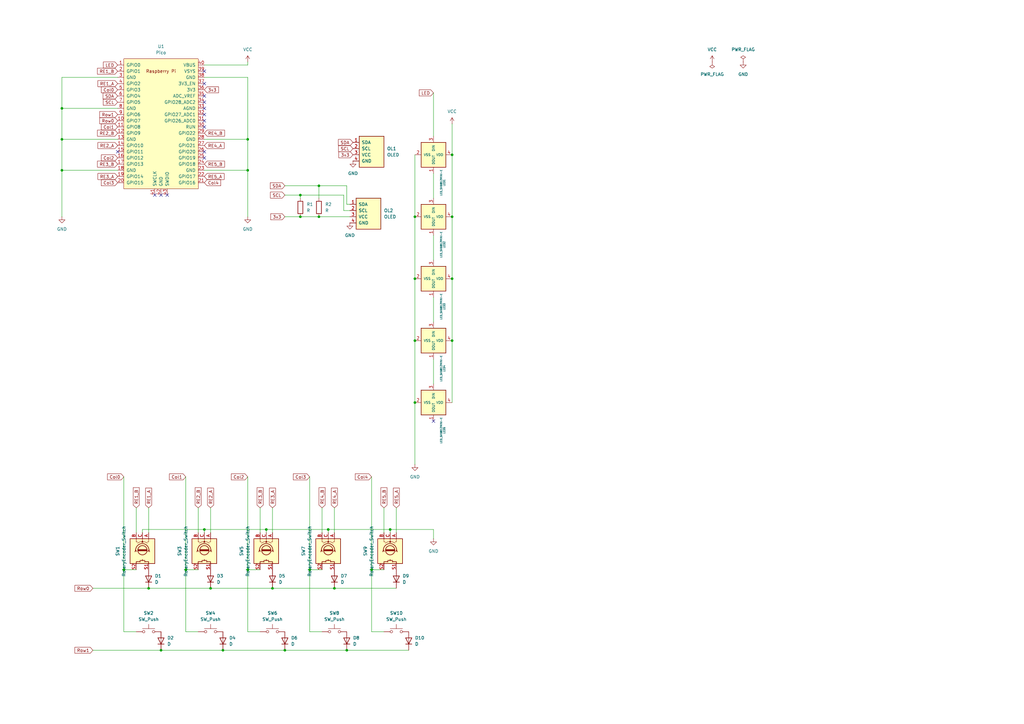
<source format=kicad_sch>
(kicad_sch (version 20231120) (generator "eeschema") (generator_version "8.0")
  (paper "A3")
  (lib_symbols
    (symbol "BrownSugar_KBD:OLED" (pin_names (offset 1.016))
      (property "Reference" "OL" (at 0 7.62 0))
      (property "Value" "OLED" (at 0 -7.62 0))
      (symbol "OLED_0_1"
        (rectangle (start -5.08 6.35) (end 5.08 -6.35) (stroke (width 0.254)) (fill (type background)))
      )
      (symbol "OLED_1_1"
        (pin bidirectional line (at -7.62 3.81 0) (length 2.54) (name "SDA") (number "1"))
        (pin bidirectional line (at -7.62 1.27 0) (length 2.54) (name "SCL") (number "2"))
        (pin power_in line (at -7.62 -1.27 0) (length 2.54) (name "VCC") (number "3"))
        (pin power_in line (at -7.62 -3.81 0) (length 2.54) (name "GND") (number "4"))
      )
    )
    (symbol "Device:D" (pin_numbers hide) (pin_names (offset 1.016) hide)
      (property "Reference" "D" (at 0 2.54 0))
      (property "Value" "D" (at 0 -2.54 0))
      (symbol "D_0_1"
        (polyline (pts (xy -1.27 1.27) (xy -1.27 -1.27)) (stroke (width 0.254)))
        (polyline (pts (xy 1.27 0) (xy -1.27 0)))
        (polyline (pts (xy 1.27 1.27) (xy 1.27 -1.27) (xy -1.27 0) (xy 1.27 1.27)) (stroke (width 0.254)))
      )
      (symbol "D_1_1"
        (pin passive line (at -3.81 0 0) (length 2.54) (name "K") (number "1"))
        (pin passive line (at 3.81 0 180) (length 2.54) (name "A") (number "2"))
      )
    )
    (symbol "Device:R" (pin_numbers hide) (pin_names (offset 0))
      (property "Reference" "R" (at 2.032 0 90))
      (property "Value" "R" (at 0 0 90))
      (symbol "R_0_1"
        (rectangle (start -1.016 -2.54) (end 1.016 2.54) (stroke (width 0.254)))
      )
      (symbol "R_1_1"
        (pin passive line (at 0 3.81 270) (length 1.27) (name "~") (number "1"))
        (pin passive line (at 0 -3.81 90) (length 1.27) (name "~") (number "2"))
      )
    )
    (symbol "Device:RotaryEncoder_Switch" (pin_names (offset 0.254) hide)
      (property "Reference" "SW" (at 0 6.604 0))
      (property "Value" "RotaryEncoder_Switch" (at 0 -6.604 0))
      (symbol "RotaryEncoder_Switch_0_1"
        (rectangle (start -5.08 5.08) (end 5.08 -5.08) (stroke (width 0.254)) (fill (type background)))
        (circle (center -3.81 0) (radius 0.254) (fill (type outline)))
        (circle (center -0.381 0) (radius 1.905) (stroke (width 0.254)))
        (arc (start -0.381 2.667) (mid -3.0988 -0.0635) (end -0.381 -2.794) (stroke (width 0.254)))
        (polyline (pts (xy -0.635 -1.778) (xy -0.635 1.778)) (stroke (width 0.254)))
        (polyline (pts (xy -0.381 -1.778) (xy -0.381 1.778)) (stroke (width 0.254)))
        (polyline (pts (xy -0.127 1.778) (xy -0.127 -1.778)) (stroke (width 0.254)))
        (polyline (pts (xy 3.81 0) (xy 3.429 0)) (stroke (width 0.254)))
        (polyline (pts (xy 3.81 1.016) (xy 3.81 -1.016)) (stroke (width 0.254)))
        (polyline (pts (xy -5.08 -2.54) (xy -3.81 -2.54) (xy -3.81 -2.032)))
        (polyline (pts (xy -5.08 2.54) (xy -3.81 2.54) (xy -3.81 2.032)))
        (polyline (pts (xy 0.254 -3.048) (xy -0.508 -2.794) (xy 0.127 -2.413)) (stroke (width 0.254)))
        (polyline (pts (xy 0.254 2.921) (xy -0.508 2.667) (xy 0.127 2.286)) (stroke (width 0.254)))
        (polyline (pts (xy 5.08 -2.54) (xy 4.318 -2.54) (xy 4.318 -1.016)) (stroke (width 0.254)))
        (polyline (pts (xy 5.08 2.54) (xy 4.318 2.54) (xy 4.318 1.016)) (stroke (width 0.254)))
        (polyline (pts (xy -5.08 0) (xy -3.81 0) (xy -3.81 -1.016) (xy -3.302 -2.032)))
        (polyline (pts (xy -4.318 0) (xy -3.81 0) (xy -3.81 1.016) (xy -3.302 2.032)))
        (circle (center 4.318 -1.016) (radius 0.127) (stroke (width 0.254)))
        (circle (center 4.318 1.016) (radius 0.127) (stroke (width 0.254)))
      )
      (symbol "RotaryEncoder_Switch_1_1"
        (pin passive line (at -7.62 2.54 0) (length 2.54) (name "A") (number "A"))
        (pin passive line (at -7.62 -2.54 0) (length 2.54) (name "B") (number "B"))
        (pin passive line (at -7.62 0 0) (length 2.54) (name "C") (number "C"))
        (pin passive line (at 7.62 2.54 180) (length 2.54) (name "S1") (number "S1"))
        (pin passive line (at 7.62 -2.54 180) (length 2.54) (name "S2") (number "S2"))
      )
    )
    (symbol "RPi_Pico:Pico" (pin_names (offset 1.016))
      (property "Reference" "U" (at -13.97 27.94 0))
      (property "Value" "Pico" (at 0 19.05 0))
      (symbol "Pico_0_0"
        (text "Raspberry Pi" (at 0 21.59 0) (effects (font (size 1.27 1.27))))
      )
      (symbol "Pico_0_1"
        (rectangle (start -15.24 26.67) (end 15.24 -26.67) (fill (type background)))
      )
      (symbol "Pico_1_1"
        (pin bidirectional line (at -17.78 24.13 0) (length 2.54) (name "GPIO0") (number "1"))
        (pin bidirectional line (at -17.78 1.27 0) (length 2.54) (name "GPIO7") (number "10"))
        (pin bidirectional line (at -17.78 -1.27 0) (length 2.54) (name "GPIO8") (number "11"))
        (pin bidirectional line (at -17.78 -3.81 0) (length 2.54) (name "GPIO9") (number "12"))
        (pin power_in line (at -17.78 -6.35 0) (length 2.54) (name "GND") (number "13"))
        (pin bidirectional line (at -17.78 -8.89 0) (length 2.54) (name "GPIO10") (number "14"))
        (pin bidirectional line (at -17.78 -11.43 0) (length 2.54) (name "GPIO11") (number "15"))
        (pin bidirectional line (at -17.78 -13.97 0) (length 2.54) (name "GPIO12") (number "16"))
        (pin bidirectional line (at -17.78 -16.51 0) (length 2.54) (name "GPIO13") (number "17"))
        (pin power_in line (at -17.78 -19.05 0) (length 2.54) (name "GND") (number "18"))
        (pin bidirectional line (at -17.78 -21.59 0) (length 2.54) (name "GPIO14") (number "19"))
        (pin bidirectional line (at -17.78 21.59 0) (length 2.54) (name "GPIO1") (number "2"))
        (pin bidirectional line (at -17.78 -24.13 0) (length 2.54) (name "GPIO15") (number "20"))
        (pin bidirectional line (at 17.78 -24.13 180) (length 2.54) (name "GPIO16") (number "21"))
        (pin bidirectional line (at 17.78 -21.59 180) (length 2.54) (name "GPIO17") (number "22"))
        (pin power_in line (at 17.78 -19.05 180) (length 2.54) (name "GND") (number "23"))
        (pin bidirectional line (at 17.78 -16.51 180) (length 2.54) (name "GPIO18") (number "24"))
        (pin bidirectional line (at 17.78 -13.97 180) (length 2.54) (name "GPIO19") (number "25"))
        (pin bidirectional line (at 17.78 -11.43 180) (length 2.54) (name "GPIO20") (number "26"))
        (pin bidirectional line (at 17.78 -8.89 180) (length 2.54) (name "GPIO21") (number "27"))
        (pin power_in line (at 17.78 -6.35 180) (length 2.54) (name "GND") (number "28"))
        (pin bidirectional line (at 17.78 -3.81 180) (length 2.54) (name "GPIO22") (number "29"))
        (pin power_in line (at -17.78 19.05 0) (length 2.54) (name "GND") (number "3"))
        (pin input line (at 17.78 -1.27 180) (length 2.54) (name "RUN") (number "30"))
        (pin bidirectional line (at 17.78 1.27 180) (length 2.54) (name "GPIO26_ADC0") (number "31"))
        (pin bidirectional line (at 17.78 3.81 180) (length 2.54) (name "GPIO27_ADC1") (number "32"))
        (pin power_in line (at 17.78 6.35 180) (length 2.54) (name "AGND") (number "33"))
        (pin bidirectional line (at 17.78 8.89 180) (length 2.54) (name "GPIO28_ADC2") (number "34"))
        (pin unspecified line (at 17.78 11.43 180) (length 2.54) (name "ADC_VREF") (number "35"))
        (pin unspecified line (at 17.78 13.97 180) (length 2.54) (name "3V3") (number "36"))
        (pin input line (at 17.78 16.51 180) (length 2.54) (name "3V3_EN") (number "37"))
        (pin bidirectional line (at 17.78 19.05 180) (length 2.54) (name "GND") (number "38"))
        (pin unspecified line (at 17.78 21.59 180) (length 2.54) (name "VSYS") (number "39"))
        (pin bidirectional line (at -17.78 16.51 0) (length 2.54) (name "GPIO2") (number "4"))
        (pin unspecified line (at 17.78 24.13 180) (length 2.54) (name "VBUS") (number "40"))
        (pin input line (at -2.54 -29.21 90) (length 2.54) (name "SWCLK") (number "41"))
        (pin power_in line (at 0 -29.21 90) (length 2.54) (name "GND") (number "42"))
        (pin bidirectional line (at 2.54 -29.21 90) (length 2.54) (name "SWDIO") (number "43"))
        (pin bidirectional line (at -17.78 13.97 0) (length 2.54) (name "GPIO3") (number "5"))
        (pin bidirectional line (at -17.78 11.43 0) (length 2.54) (name "GPIO4") (number "6"))
        (pin bidirectional line (at -17.78 8.89 0) (length 2.54) (name "GPIO5") (number "7"))
        (pin power_in line (at -17.78 6.35 0) (length 2.54) (name "GND") (number "8"))
        (pin bidirectional line (at -17.78 3.81 0) (length 2.54) (name "GPIO6") (number "9"))
      )
    )
    (symbol "Salicylic_kbd:LED_SK6812MINI-E" (pin_names (offset 1.016))
      (property "Reference" "LED" (at 5.08 -10.16 0))
      (property "Value" "LED_SK6812MINI-E" (at 8.89 -8.89 0))
      (symbol "LED_SK6812MINI-E_0_1"
        (rectangle (start -5.08 5.08) (end 5.08 -5.08) (stroke (width 0.254)) (fill (type background)))
      )
      (symbol "LED_SK6812MINI-E_1_1"
        (pin output line (at 7.62 0 180) (length 2.54) (name "DOUT") (number "1"))
        (pin power_in line (at 0 -7.62 90) (length 2.54) (name "VSS") (number "2"))
        (pin input line (at -7.62 0 0) (length 2.54) (name "DIN") (number "3"))
        (pin power_in line (at 0 7.62 270) (length 2.54) (name "VDD") (number "4"))
      )
    )
    (symbol "Switch:SW_Push" (pin_numbers hide) (pin_names (offset 1.016) hide)
      (property "Reference" "SW" (at 1.27 2.54 0))
      (property "Value" "SW_Push" (at 0 -1.524 0))
      (symbol "SW_Push_0_1"
        (circle (center -2.032 0) (radius 0.508))
        (polyline (pts (xy 0 1.27) (xy 0 3.048)))
        (polyline (pts (xy 2.54 1.27) (xy -2.54 1.27)))
        (circle (center 2.032 0) (radius 0.508))
        (pin passive line (at -5.08 0 0) (length 2.54) (name "1") (number "1"))
        (pin passive line (at 5.08 0 180) (length 2.54) (name "2") (number "2"))
      )
    )
    (symbol "power:GND" (power) (pin_numbers hide) (pin_names (offset 0) hide)
      (property "Value" "GND" (at 0 -3.81 0))
      (symbol "GND_0_1"
        (polyline (pts (xy 0 0) (xy 0 -1.27) (xy 1.27 -1.27) (xy 0 -2.54) (xy -1.27 -1.27) (xy 0 -1.27)))
      )
      (symbol "GND_1_1"
        (pin power_in line (at 0 0 270) (length 0) (name "~") (number "1"))
      )
    )
    (symbol "power:PWR_FLAG" (power) (pin_numbers hide) (pin_names (offset 0) hide)
      (property "Value" "PWR_FLAG" (at 0 3.81 0))
      (symbol "PWR_FLAG_0_0"
        (pin power_out line (at 0 0 90) (length 0) (name "~") (number "1"))
      )
      (symbol "PWR_FLAG_0_1"
        (polyline (pts (xy 0 0) (xy 0 1.27) (xy -1.016 1.905) (xy 0 2.54) (xy 1.016 1.905) (xy 0 1.27)))
      )
    )
    (symbol "power:VCC" (power) (pin_numbers hide) (pin_names (offset 0) hide)
      (property "Value" "VCC" (at 0 3.556 0))
      (symbol "VCC_0_1"
        (polyline (pts (xy -0.762 1.27) (xy 0 2.54)))
        (polyline (pts (xy 0 0) (xy 0 2.54)))
        (polyline (pts (xy 0 2.54) (xy 0.762 1.27)))
      )
      (symbol "VCC_1_1"
        (pin power_in line (at 0 0 90) (length 0) (name "~") (number "1"))
      )
    )
  )
  (junction (at 86.36 241.3))
  (junction (at 111.76 241.3))
  (junction (at 25.4 57.15))
  (junction (at 185.42 114.3))
  (junction (at 66.04 266.7))
  (junction (at 101.6 57.15))
  (junction (at 60.96 241.3))
  (junction (at 101.6 69.85))
  (junction (at 185.42 63.5))
  (junction (at 83.82 217.17))
  (junction (at 116.84 266.7))
  (junction (at 134.62 217.17))
  (junction (at 130.81 76.2))
  (junction (at 137.16 241.3))
  (junction (at 123.19 80.01))
  (junction (at 91.44 266.7))
  (junction (at 185.42 139.7))
  (junction (at 170.18 88.9))
  (junction (at 142.24 266.7))
  (junction (at 127 233.68))
  (junction (at 50.8 233.68))
  (junction (at 170.18 114.3))
  (junction (at 170.18 139.7))
  (junction (at 170.18 165.1))
  (junction (at 185.42 88.9))
  (junction (at 76.2 233.68))
  (junction (at 101.6 233.68))
  (junction (at 25.4 44.45))
  (junction (at 25.4 69.85))
  (junction (at 152.4 233.68))
  (junction (at 130.81 88.9))
  (junction (at 123.19 88.9))
  (junction (at 109.22 217.17))
  (junction (at 160.02 217.17))
  (no_connect (at 83.82 62.23))
  (no_connect (at 83.82 64.77))
  (no_connect (at 83.82 29.21))
  (no_connect (at 83.82 46.99))
  (no_connect (at 66.04 80.01))
  (no_connect (at 83.82 44.45))
  (no_connect (at 83.82 49.53))
  (no_connect (at 68.58 80.01))
  (no_connect (at 63.5 80.01))
  (no_connect (at 48.26 62.23))
  (no_connect (at 83.82 52.07))
  (no_connect (at 83.82 39.37))
  (no_connect (at 177.8 172.72))
  (no_connect (at 83.82 41.91))
  (no_connect (at 83.82 34.29))
  (wire (pts (xy 50.8 233.68) (xy 55.88 233.68)))
  (wire (pts (xy 50.8 195.58) (xy 50.8 233.68)))
  (wire (pts (xy 185.42 139.7) (xy 185.42 114.3)))
  (wire (pts (xy 48.26 31.75) (xy 25.4 31.75)))
  (wire (pts (xy 83.82 57.15) (xy 101.6 57.15)))
  (wire (pts (xy 25.4 69.85) (xy 48.26 69.85)))
  (wire (pts (xy 58.42 217.17) (xy 83.82 217.17)))
  (wire (pts (xy 116.84 76.2) (xy 130.81 76.2)))
  (wire (pts (xy 25.4 31.75) (xy 25.4 44.45)))
  (wire (pts (xy 152.4 259.08) (xy 157.48 259.08)))
  (wire (pts (xy 76.2 195.58) (xy 76.2 233.68)))
  (wire (pts (xy 170.18 165.1) (xy 170.18 190.5)))
  (wire (pts (xy 185.42 165.1) (xy 185.42 139.7)))
  (wire (pts (xy 25.4 57.15) (xy 48.26 57.15)))
  (wire (pts (xy 140.97 80.01) (xy 140.97 86.36)))
  (wire (pts (xy 142.24 76.2) (xy 142.24 83.82)))
  (wire (pts (xy 101.6 195.58) (xy 101.6 233.68)))
  (wire (pts (xy 101.6 69.85) (xy 101.6 88.9)))
  (wire (pts (xy 127 195.58) (xy 127 233.68)))
  (wire (pts (xy 38.1 266.7) (xy 66.04 266.7)))
  (wire (pts (xy 137.16 241.3) (xy 162.56 241.3)))
  (wire (pts (xy 116.84 266.7) (xy 142.24 266.7)))
  (wire (pts (xy 109.22 218.44) (xy 109.22 217.17)))
  (wire (pts (xy 127 233.68) (xy 127 259.08)))
  (wire (pts (xy 106.68 208.28) (xy 106.68 218.44)))
  (wire (pts (xy 185.42 88.9) (xy 185.42 114.3)))
  (wire (pts (xy 66.04 266.7) (xy 91.44 266.7)))
  (wire (pts (xy 101.6 233.68) (xy 106.68 233.68)))
  (wire (pts (xy 132.08 208.28) (xy 132.08 218.44)))
  (wire (pts (xy 123.19 80.01) (xy 123.19 81.28)))
  (wire (pts (xy 58.42 218.44) (xy 58.42 217.17)))
  (wire (pts (xy 38.1 241.3) (xy 60.96 241.3)))
  (wire (pts (xy 83.82 69.85) (xy 101.6 69.85)))
  (wire (pts (xy 130.81 88.9) (xy 143.51 88.9)))
  (wire (pts (xy 160.02 217.17) (xy 160.02 218.44)))
  (wire (pts (xy 86.36 241.3) (xy 111.76 241.3)))
  (wire (pts (xy 83.82 218.44) (xy 83.82 217.17)))
  (wire (pts (xy 83.82 26.67) (xy 101.6 26.67)))
  (wire (pts (xy 185.42 63.5) (xy 185.42 88.9)))
  (wire (pts (xy 134.62 218.44) (xy 134.62 217.17)))
  (wire (pts (xy 177.8 217.17) (xy 160.02 217.17)))
  (wire (pts (xy 111.76 208.28) (xy 111.76 218.44)))
  (wire (pts (xy 101.6 31.75) (xy 101.6 57.15)))
  (wire (pts (xy 83.82 31.75) (xy 101.6 31.75)))
  (wire (pts (xy 134.62 217.17) (xy 160.02 217.17)))
  (wire (pts (xy 25.4 44.45) (xy 25.4 57.15)))
  (wire (pts (xy 137.16 208.28) (xy 137.16 218.44)))
  (wire (pts (xy 101.6 233.68) (xy 101.6 259.08)))
  (wire (pts (xy 162.56 208.28) (xy 162.56 218.44)))
  (wire (pts (xy 130.81 76.2) (xy 130.81 81.28)))
  (wire (pts (xy 76.2 233.68) (xy 76.2 259.08)))
  (wire (pts (xy 86.36 208.28) (xy 86.36 218.44)))
  (wire (pts (xy 177.8 147.32) (xy 177.8 157.48)))
  (wire (pts (xy 142.24 83.82) (xy 143.51 83.82)))
  (wire (pts (xy 123.19 80.01) (xy 140.97 80.01)))
  (wire (pts (xy 130.81 76.2) (xy 142.24 76.2)))
  (wire (pts (xy 55.88 208.28) (xy 55.88 218.44)))
  (wire (pts (xy 170.18 63.5) (xy 170.18 88.9)))
  (wire (pts (xy 101.6 57.15) (xy 101.6 69.85)))
  (wire (pts (xy 25.4 69.85) (xy 25.4 88.9)))
  (wire (pts (xy 116.84 88.9) (xy 123.19 88.9)))
  (wire (pts (xy 76.2 259.08) (xy 81.28 259.08)))
  (wire (pts (xy 177.8 121.92) (xy 177.8 132.08)))
  (wire (pts (xy 60.96 241.3) (xy 86.36 241.3)))
  (wire (pts (xy 157.48 208.28) (xy 157.48 218.44)))
  (wire (pts (xy 116.84 80.01) (xy 123.19 80.01)))
  (wire (pts (xy 185.42 50.8) (xy 185.42 63.5)))
  (wire (pts (xy 142.24 266.7) (xy 167.64 266.7)))
  (wire (pts (xy 170.18 88.9) (xy 170.18 114.3)))
  (wire (pts (xy 50.8 233.68) (xy 50.8 259.08)))
  (wire (pts (xy 83.82 217.17) (xy 109.22 217.17)))
  (wire (pts (xy 101.6 26.67) (xy 101.6 25.4)))
  (wire (pts (xy 127 233.68) (xy 132.08 233.68)))
  (wire (pts (xy 101.6 259.08) (xy 106.68 259.08)))
  (wire (pts (xy 152.4 195.58) (xy 152.4 233.68)))
  (wire (pts (xy 25.4 44.45) (xy 48.26 44.45)))
  (wire (pts (xy 123.19 88.9) (xy 130.81 88.9)))
  (wire (pts (xy 109.22 217.17) (xy 134.62 217.17)))
  (wire (pts (xy 140.97 86.36) (xy 143.51 86.36)))
  (wire (pts (xy 177.8 71.12) (xy 177.8 81.28)))
  (wire (pts (xy 111.76 241.3) (xy 137.16 241.3)))
  (wire (pts (xy 170.18 139.7) (xy 170.18 165.1)))
  (wire (pts (xy 25.4 57.15) (xy 25.4 69.85)))
  (wire (pts (xy 76.2 233.68) (xy 81.28 233.68)))
  (wire (pts (xy 177.8 96.52) (xy 177.8 106.68)))
  (wire (pts (xy 91.44 266.7) (xy 116.84 266.7)))
  (wire (pts (xy 177.8 38.1) (xy 177.8 55.88)))
  (wire (pts (xy 170.18 114.3) (xy 170.18 139.7)))
  (wire (pts (xy 81.28 218.44) (xy 81.28 208.28)))
  (wire (pts (xy 50.8 259.08) (xy 55.88 259.08)))
  (wire (pts (xy 177.8 220.98) (xy 177.8 217.17)))
  (wire (pts (xy 152.4 233.68) (xy 157.48 233.68)))
  (wire (pts (xy 152.4 233.68) (xy 152.4 259.08)))
  (wire (pts (xy 60.96 208.28) (xy 60.96 218.44)))
  (wire (pts (xy 127 259.08) (xy 132.08 259.08)))
  (global_label "RE1_B" (shape input) (at 48.26 29.21 180) (property "Intersheetrefs" "${INTERSHEET_REFS}" (effects (hide yes))))
  (global_label "RE2_A" (shape input) (at 48.26 59.69 180) (property "Intersheetrefs" "${INTERSHEET_REFS}" (effects (hide yes))))
  (global_label "Col2" (shape input) (at 48.26 64.77 180) (property "Intersheetrefs" "${INTERSHEET_REFS}" (effects (hide yes))))
  (global_label "SCL" (shape input) (at 116.84 80.01 180) (property "Intersheetrefs" "${INTERSHEET_REFS}" (effects (hide yes))))
  (global_label "SDA" (shape input) (at 48.26 39.37 180) (property "Intersheetrefs" "${INTERSHEET_REFS}" (effects (hide yes))))
  (global_label "Row1" (shape input) (at 38.1 266.7 180) (property "Intersheetrefs" "${INTERSHEET_REFS}" (effects (hide yes))))
  (global_label "Col0" (shape input) (at 50.8 195.58 180) (property "Intersheetrefs" "${INTERSHEET_REFS}" (effects (hide yes))))
  (global_label "Row0" (shape input) (at 38.1 241.3 180) (property "Intersheetrefs" "${INTERSHEET_REFS}" (effects (hide yes))))
  (global_label "Row1" (shape input) (at 48.26 46.99 180) (property "Intersheetrefs" "${INTERSHEET_REFS}" (effects (hide yes))))
  (global_label "SCL" (shape input) (at 48.26 41.91 180) (property "Intersheetrefs" "${INTERSHEET_REFS}" (effects (hide yes))))
  (global_label "RE2_B" (shape input) (at 48.26 54.61 180) (property "Intersheetrefs" "${INTERSHEET_REFS}" (effects (hide yes))))
  (global_label "3v3" (shape input) (at 83.82 36.83 0) (property "Intersheetrefs" "${INTERSHEET_REFS}" (effects (hide yes))))
  (global_label "Col4" (shape input) (at 83.82 74.93 0) (property "Intersheetrefs" "${INTERSHEET_REFS}" (effects (hide yes))))
  (global_label "SDA" (shape input) (at 116.84 76.2 180) (property "Intersheetrefs" "${INTERSHEET_REFS}" (effects (hide yes))))
  (global_label "Row0" (shape input) (at 48.26 49.53 180) (property "Intersheetrefs" "${INTERSHEET_REFS}" (effects (hide yes))))
  (global_label "RE3_A" (shape input) (at 111.76 208.28 90) (property "Intersheetrefs" "${INTERSHEET_REFS}" (effects (hide yes))))
  (global_label "Col4" (shape input) (at 152.4 195.58 180) (property "Intersheetrefs" "${INTERSHEET_REFS}" (effects (hide yes))))
  (global_label "RE5_A" (shape input) (at 83.82 72.39 0) (property "Intersheetrefs" "${INTERSHEET_REFS}" (effects (hide yes))))
  (global_label "RE3_B" (shape input) (at 48.26 67.31 180) (property "Intersheetrefs" "${INTERSHEET_REFS}" (effects (hide yes))))
  (global_label "Col3" (shape input) (at 127 195.58 180) (property "Intersheetrefs" "${INTERSHEET_REFS}" (effects (hide yes))))
  (global_label "RE3_A" (shape input) (at 48.26 72.39 180) (property "Intersheetrefs" "${INTERSHEET_REFS}" (effects (hide yes))))
  (global_label "3v3" (shape input) (at 144.78 63.5 180) (property "Intersheetrefs" "${INTERSHEET_REFS}" (effects (hide yes))))
  (global_label "Col1" (shape input) (at 76.2 195.58 180) (property "Intersheetrefs" "${INTERSHEET_REFS}" (effects (hide yes))))
  (global_label "RE1_B" (shape input) (at 55.88 208.28 90) (property "Intersheetrefs" "${INTERSHEET_REFS}" (effects (hide yes))))
  (global_label "SDA" (shape input) (at 144.78 58.42 180) (property "Intersheetrefs" "${INTERSHEET_REFS}" (effects (hide yes))))
  (global_label "RE5_A" (shape input) (at 162.56 208.28 90) (property "Intersheetrefs" "${INTERSHEET_REFS}" (effects (hide yes))))
  (global_label "Col0" (shape input) (at 48.26 36.83 180) (property "Intersheetrefs" "${INTERSHEET_REFS}" (effects (hide yes))))
  (global_label "RE4_A" (shape input) (at 83.82 59.69 0) (property "Intersheetrefs" "${INTERSHEET_REFS}" (effects (hide yes))))
  (global_label "RE4_A" (shape input) (at 137.16 208.28 90) (property "Intersheetrefs" "${INTERSHEET_REFS}" (effects (hide yes))))
  (global_label "RE5_B" (shape input) (at 157.48 208.28 90) (property "Intersheetrefs" "${INTERSHEET_REFS}" (effects (hide yes))))
  (global_label "Col1" (shape input) (at 48.26 52.07 180) (property "Intersheetrefs" "${INTERSHEET_REFS}" (effects (hide yes))))
  (global_label "Col2" (shape input) (at 101.6 195.58 180) (property "Intersheetrefs" "${INTERSHEET_REFS}" (effects (hide yes))))
  (global_label "RE5_B" (shape input) (at 83.82 67.31 0) (property "Intersheetrefs" "${INTERSHEET_REFS}" (effects (hide yes))))
  (global_label "RE4_B" (shape input) (at 132.08 208.28 90) (property "Intersheetrefs" "${INTERSHEET_REFS}" (effects (hide yes))))
  (global_label "RE2_A" (shape input) (at 86.36 208.28 90) (property "Intersheetrefs" "${INTERSHEET_REFS}" (effects (hide yes))))
  (global_label "3v3" (shape input) (at 116.84 88.9 180) (property "Intersheetrefs" "${INTERSHEET_REFS}" (effects (hide yes))))
  (global_label "LED" (shape input) (at 177.8 38.1 180) (property "Intersheetrefs" "${INTERSHEET_REFS}" (effects (hide yes))))
  (global_label "Col3" (shape input) (at 48.26 74.93 180) (property "Intersheetrefs" "${INTERSHEET_REFS}" (effects (hide yes))))
  (global_label "RE4_B" (shape input) (at 83.82 54.61 0) (property "Intersheetrefs" "${INTERSHEET_REFS}" (effects (hide yes))))
  (global_label "RE2_B" (shape input) (at 81.28 208.28 90) (property "Intersheetrefs" "${INTERSHEET_REFS}" (effects (hide yes))))
  (global_label "SCL" (shape input) (at 144.78 60.96 180) (property "Intersheetrefs" "${INTERSHEET_REFS}" (effects (hide yes))))
  (global_label "RE1_A" (shape input) (at 60.96 208.28 90) (property "Intersheetrefs" "${INTERSHEET_REFS}" (effects (hide yes))))
  (global_label "RE1_A" (shape input) (at 48.26 34.29 180) (property "Intersheetrefs" "${INTERSHEET_REFS}" (effects (hide yes))))
  (global_label "LED" (shape input) (at 48.26 26.67 180) (property "Intersheetrefs" "${INTERSHEET_REFS}" (effects (hide yes))))
  (global_label "RE3_B" (shape input) (at 106.68 208.28 90) (property "Intersheetrefs" "${INTERSHEET_REFS}" (effects (hide yes))))
  (symbol (lib_id "power:GND") (at 25.4 88.9 0) (unit 1)
    (property "Reference" "#PWR03" (effects (hide yes)))
    (property "Value" "GND" (at 25.4 93.98 0))
    (property "Description" "Power symbol creates a global label with name \"GND\" , ground" (effects (hide yes)))
  )
  (symbol (lib_id "Device:R") (at 123.19 85.09 0) (unit 1)
    (property "Reference" "R1" (at 125.73 83.8199 0) (effects (justify left)))
    (property "Value" "R" (at 125.73 86.3599 0) (effects (justify left)))
    (property "Description" "Resistor" (effects (hide yes)))
  )
  (symbol (lib_id "Switch:SW_Push") (at 86.36 259.08 0) (mirror y) (unit 1)
    (property "Reference" "SW4" (at 86.36 251.46 0))
    (property "Value" "SW_Push" (at 86.36 254 0))
    (property "Footprint" "kbd_SW:Choc_Hotswap_1u" (effects (hide yes)))
    (property "Description" "Push button switch, generic, two pins" (effects (hide yes)))
  )
  (symbol (lib_id "power:GND") (at 144.78 66.04 0) (unit 1)
    (property "Reference" "#PWR06" (effects (hide yes)))
    (property "Value" "GND" (at 144.78 71.12 0))
    (property "Description" "Power symbol creates a global label with name \"GND\" , ground" (effects (hide yes)))
  )
  (symbol (lib_id "power:PWR_FLAG") (at 292.1 25.4 180) (unit 1)
    (property "Reference" "#FLG01" (effects (hide yes)))
    (property "Value" "PWR_FLAG" (at 292.1 30.48 0))
    (property "Description" "Special symbol for telling ERC where power comes from" (effects (hide yes)))
  )
  (symbol (lib_id "Switch:SW_Push") (at 162.56 259.08 0) (mirror y) (unit 1)
    (property "Reference" "SW10" (at 162.56 251.46 0))
    (property "Value" "SW_Push" (at 162.56 254 0))
    (property "Footprint" "kbd_SW:Choc_Hotswap_1u" (effects (hide yes)))
    (property "Description" "Push button switch, generic, two pins" (effects (hide yes)))
  )
  (symbol (lib_id "Salicylic_kbd:LED_SK6812MINI-E") (at 177.8 63.5 270) (unit 1)
    (property "Reference" "LED1" (at 182.2135 74.93 0) (effects (font (size 0.7366 0.7366))))
    (property "Value" "LED_SK6812MINI-E" (at 180.9435 74.93 0) (effects (font (size 0.7366 0.7366))))
    (property "Footprint" "kbd_Parts:LED_SK6812MINI-E_BL" (effects (hide yes)))
  )
  (symbol (lib_id "BrownSugar_KBD:OLED") (at 151.13 87.63 0) (unit 1)
    (property "Reference" "OL2" (at 157.48 86.3599 0) (effects (justify left)))
    (property "Value" "OLED" (at 157.48 88.8999 0) (effects (justify left)))
    (property "Footprint" "kbd_Parts:OLED" (effects (hide yes)))
  )
  (symbol (lib_id "Device:D") (at 66.04 262.89 90) (unit 1)
    (property "Reference" "D2" (at 68.58 261.6199 90) (effects (justify right)))
    (property "Value" "D" (at 68.58 264.1599 90) (effects (justify right)))
    (property "Footprint" "kbd_Parts:Diode_SMD" (effects (hide yes)))
    (property "Description" "Diode" (effects (hide yes)))
    (property "Sim.Device" "D" (effects (hide yes)))
    (property "Sim.Pins" "1=K 2=A" (effects (hide yes)))
  )
  (symbol (lib_id "Salicylic_kbd:LED_SK6812MINI-E") (at 177.8 139.7 270) (unit 1)
    (property "Reference" "LED4" (at 182.2135 151.13 0) (effects (font (size 0.7366 0.7366))))
    (property "Value" "LED_SK6812MINI-E" (at 180.9435 151.13 0) (effects (font (size 0.7366 0.7366))))
    (property "Footprint" "kbd_Parts:LED_SK6812MINI-E_BL" (effects (hide yes)))
  )
  (symbol (lib_id "Device:D") (at 111.76 237.49 90) (unit 1)
    (property "Reference" "D5" (at 114.3 236.2199 90) (effects (justify right)))
    (property "Value" "D" (at 114.3 238.7599 90) (effects (justify right)))
    (property "Footprint" "kbd_Parts:Diode_SMD" (effects (hide yes)))
    (property "Description" "Diode" (effects (hide yes)))
    (property "Sim.Device" "D" (effects (hide yes)))
    (property "Sim.Pins" "1=K 2=A" (effects (hide yes)))
  )
  (symbol (lib_id "Device:RotaryEncoder_Switch") (at 160.02 226.06 270) (unit 1)
    (property "Reference" "SW9" (at 149.86 226.06 0))
    (property "Value" "RotaryEncoder_Switch" (at 152.4 226.06 0))
    (property "Footprint" "kbd_Parts:RotaryEncoder_EC12E" (effects (hide yes)))
    (property "Description" "Rotary encoder, dual channel, incremental quadrate outputs, with switch" (effects (hide yes)))
  )
  (symbol (lib_id "power:VCC") (at 292.1 25.4 0) (unit 1)
    (property "Reference" "#PWR019" (effects (hide yes)))
    (property "Value" "VCC" (at 292.1 20.32 0))
    (property "Description" "Power symbol creates a global label with name \"VCC\"" (effects (hide yes)))
  )
  (symbol (lib_id "power:PWR_FLAG") (at 304.8 25.4 0) (unit 1)
    (property "Reference" "#FLG02" (effects (hide yes)))
    (property "Value" "PWR_FLAG" (at 304.8 20.32 0))
    (property "Description" "Special symbol for telling ERC where power comes from" (effects (hide yes)))
  )
  (symbol (lib_id "Device:RotaryEncoder_Switch") (at 134.62 226.06 270) (unit 1)
    (property "Reference" "SW7" (at 124.46 226.06 0))
    (property "Value" "RotaryEncoder_Switch" (at 127 226.06 0))
    (property "Footprint" "kbd_Parts:RotaryEncoder_EC12E" (effects (hide yes)))
    (property "Description" "Rotary encoder, dual channel, incremental quadrate outputs, with switch" (effects (hide yes)))
  )
  (symbol (lib_id "BrownSugar_KBD:OLED") (at 152.4 62.23 0) (unit 1)
    (property "Reference" "OL1" (at 158.75 60.9599 0) (effects (justify left)))
    (property "Value" "OLED" (at 158.75 63.4999 0) (effects (justify left)))
    (property "Footprint" "BrownSugar_KBD:OLED_center_display" (effects (hide yes)))
  )
  (symbol (lib_id "Device:D") (at 162.56 237.49 90) (unit 1)
    (property "Reference" "D9" (at 165.1 236.2199 90) (effects (justify right)))
    (property "Value" "D" (at 165.1 238.7599 90) (effects (justify right)))
    (property "Footprint" "kbd_Parts:Diode_SMD" (effects (hide yes)))
    (property "Description" "Diode" (effects (hide yes)))
    (property "Sim.Device" "D" (effects (hide yes)))
    (property "Sim.Pins" "1=K 2=A" (effects (hide yes)))
  )
  (symbol (lib_id "Device:D") (at 116.84 262.89 90) (unit 1)
    (property "Reference" "D6" (at 119.38 261.6199 90) (effects (justify right)))
    (property "Value" "D" (at 119.38 264.1599 90) (effects (justify right)))
    (property "Footprint" "kbd_Parts:Diode_SMD" (effects (hide yes)))
    (property "Description" "Diode" (effects (hide yes)))
    (property "Sim.Device" "D" (effects (hide yes)))
    (property "Sim.Pins" "1=K 2=A" (effects (hide yes)))
  )
  (symbol (lib_id "Device:D") (at 137.16 237.49 90) (unit 1)
    (property "Reference" "D7" (at 139.7 236.2199 90) (effects (justify right)))
    (property "Value" "D" (at 139.7 238.7599 90) (effects (justify right)))
    (property "Footprint" "kbd_Parts:Diode_SMD" (effects (hide yes)))
    (property "Description" "Diode" (effects (hide yes)))
    (property "Sim.Device" "D" (effects (hide yes)))
    (property "Sim.Pins" "1=K 2=A" (effects (hide yes)))
  )
  (symbol (lib_id "Device:D") (at 91.44 262.89 90) (unit 1)
    (property "Reference" "D4" (at 93.98 261.6199 90) (effects (justify right)))
    (property "Value" "D" (at 93.98 264.1599 90) (effects (justify right)))
    (property "Footprint" "kbd_Parts:Diode_SMD" (effects (hide yes)))
    (property "Description" "Diode" (effects (hide yes)))
    (property "Sim.Device" "D" (effects (hide yes)))
    (property "Sim.Pins" "1=K 2=A" (effects (hide yes)))
  )
  (symbol (lib_id "Salicylic_kbd:LED_SK6812MINI-E") (at 177.8 165.1 270) (unit 1)
    (property "Reference" "LED5" (at 182.2135 176.53 0) (effects (font (size 0.7366 0.7366))))
    (property "Value" "LED_SK6812MINI-E" (at 180.9435 176.53 0) (effects (font (size 0.7366 0.7366))))
    (property "Footprint" "kbd_Parts:LED_SK6812MINI-E_BL" (effects (hide yes)))
  )
  (symbol (lib_id "power:GND") (at 304.8 25.4 0) (unit 1)
    (property "Reference" "#PWR020" (effects (hide yes)))
    (property "Value" "GND" (at 304.8 30.48 0))
    (property "Description" "Power symbol creates a global label with name \"GND\" , ground" (effects (hide yes)))
  )
  (symbol (lib_id "Device:D") (at 86.36 237.49 90) (unit 1)
    (property "Reference" "D3" (at 88.9 236.2199 90) (effects (justify right)))
    (property "Value" "D" (at 88.9 238.7599 90) (effects (justify right)))
    (property "Footprint" "kbd_Parts:Diode_SMD" (effects (hide yes)))
    (property "Description" "Diode" (effects (hide yes)))
    (property "Sim.Device" "D" (effects (hide yes)))
    (property "Sim.Pins" "1=K 2=A" (effects (hide yes)))
  )
  (symbol (lib_id "Device:D") (at 60.96 237.49 90) (unit 1)
    (property "Reference" "D1" (at 63.5 236.2199 90) (effects (justify right)))
    (property "Value" "D" (at 63.5 238.7599 90) (effects (justify right)))
    (property "Footprint" "kbd_Parts:Diode_SMD" (effects (hide yes)))
    (property "Description" "Diode" (effects (hide yes)))
    (property "Sim.Device" "D" (effects (hide yes)))
    (property "Sim.Pins" "1=K 2=A" (effects (hide yes)))
  )
  (symbol (lib_id "power:GND") (at 101.6 88.9 0) (unit 1)
    (property "Reference" "#PWR02" (effects (hide yes)))
    (property "Value" "GND" (at 101.6 93.98 0))
    (property "Description" "Power symbol creates a global label with name \"GND\" , ground" (effects (hide yes)))
  )
  (symbol (lib_id "RPi_Pico:Pico") (at 66.04 50.8 0) (unit 1)
    (property "Reference" "U1" (at 66.04 19.05 0))
    (property "Value" "Pico" (at 66.04 21.59 0))
    (property "Footprint" "RPi_Pico:RPi_Pico_SMD_TH" (effects (hide yes)))
  )
  (symbol (lib_id "Device:RotaryEncoder_Switch") (at 109.22 226.06 270) (unit 1)
    (property "Reference" "SW5" (at 99.06 226.06 0))
    (property "Value" "RotaryEncoder_Switch" (at 101.6 226.06 0))
    (property "Footprint" "kbd_Parts:RotaryEncoder_EC12E" (effects (hide yes)))
    (property "Description" "Rotary encoder, dual channel, incremental quadrate outputs, with switch" (effects (hide yes)))
  )
  (symbol (lib_id "power:VCC") (at 101.6 25.4 0) (unit 1)
    (property "Reference" "#PWR04" (effects (hide yes)))
    (property "Value" "VCC" (at 101.6 20.32 0))
    (property "Description" "Power symbol creates a global label with name \"VCC\"" (effects (hide yes)))
  )
  (symbol (lib_id "Device:D") (at 142.24 262.89 90) (unit 1)
    (property "Reference" "D8" (at 144.78 261.6199 90) (effects (justify right)))
    (property "Value" "D" (at 144.78 264.1599 90) (effects (justify right)))
    (property "Footprint" "kbd_Parts:Diode_SMD" (effects (hide yes)))
    (property "Description" "Diode" (effects (hide yes)))
    (property "Sim.Device" "D" (effects (hide yes)))
    (property "Sim.Pins" "1=K 2=A" (effects (hide yes)))
  )
  (symbol (lib_id "power:GND") (at 177.8 220.98 0) (unit 1)
    (property "Reference" "#PWR01" (effects (hide yes)))
    (property "Value" "GND" (at 177.8 226.06 0))
    (property "Description" "Power symbol creates a global label with name \"GND\" , ground" (effects (hide yes)))
  )
  (symbol (lib_id "Switch:SW_Push") (at 137.16 259.08 0) (mirror y) (unit 1)
    (property "Reference" "SW8" (at 137.16 251.46 0))
    (property "Value" "SW_Push" (at 137.16 254 0))
    (property "Footprint" "kbd_SW:Choc_Hotswap_1u" (effects (hide yes)))
    (property "Description" "Push button switch, generic, two pins" (effects (hide yes)))
  )
  (symbol (lib_id "power:GND") (at 143.51 91.44 0) (unit 1)
    (property "Reference" "#PWR010" (effects (hide yes)))
    (property "Value" "GND" (at 143.51 96.52 0))
    (property "Description" "Power symbol creates a global label with name \"GND\" , ground" (effects (hide yes)))
  )
  (symbol (lib_id "Salicylic_kbd:LED_SK6812MINI-E") (at 177.8 88.9 270) (unit 1)
    (property "Reference" "LED2" (at 182.2135 100.33 0) (effects (font (size 0.7366 0.7366))))
    (property "Value" "LED_SK6812MINI-E" (at 180.9435 100.33 0) (effects (font (size 0.7366 0.7366))))
    (property "Footprint" "kbd_Parts:LED_SK6812MINI-E_BL" (effects (hide yes)))
  )
  (symbol (lib_id "power:GND") (at 170.18 190.5 0) (unit 1)
    (property "Reference" "#PWR012" (effects (hide yes)))
    (property "Value" "GND" (at 170.18 195.58 0))
    (property "Description" "Power symbol creates a global label with name \"GND\" , ground" (effects (hide yes)))
  )
  (symbol (lib_id "Switch:SW_Push") (at 111.76 259.08 0) (mirror y) (unit 1)
    (property "Reference" "SW6" (at 111.76 251.46 0))
    (property "Value" "SW_Push" (at 111.76 254 0))
    (property "Footprint" "kbd_SW:Choc_Hotswap_1u" (effects (hide yes)))
    (property "Description" "Push button switch, generic, two pins" (effects (hide yes)))
  )
  (symbol (lib_id "Salicylic_kbd:LED_SK6812MINI-E") (at 177.8 114.3 270) (unit 1)
    (property "Reference" "LED3" (at 182.2135 125.73 0) (effects (font (size 0.7366 0.7366))))
    (property "Value" "LED_SK6812MINI-E" (at 180.9435 125.73 0) (effects (font (size 0.7366 0.7366))))
    (property "Footprint" "kbd_Parts:LED_SK6812MINI-E_BL" (effects (hide yes)))
  )
  (symbol (lib_id "Device:RotaryEncoder_Switch") (at 58.42 226.06 270) (unit 1)
    (property "Reference" "SW1" (at 48.26 226.06 0))
    (property "Value" "RotaryEncoder_Switch" (at 50.8 226.06 0))
    (property "Footprint" "kbd_Parts:RotaryEncoder_EC12E" (effects (hide yes)))
    (property "Description" "Rotary encoder, dual channel, incremental quadrate outputs, with switch" (effects (hide yes)))
  )
  (symbol (lib_id "Device:D") (at 167.64 262.89 90) (unit 1)
    (property "Reference" "D10" (at 170.18 261.6199 90) (effects (justify right)))
    (property "Value" "D" (at 170.18 264.1599 90) (effects (justify right)))
    (property "Footprint" "kbd_Parts:Diode_SMD" (effects (hide yes)))
    (property "Description" "Diode" (effects (hide yes)))
    (property "Sim.Device" "D" (effects (hide yes)))
    (property "Sim.Pins" "1=K 2=A" (effects (hide yes)))
  )
  (symbol (lib_id "Switch:SW_Push") (at 60.96 259.08 0) (mirror y) (unit 1)
    (property "Reference" "SW2" (at 60.96 251.46 0))
    (property "Value" "SW_Push" (at 60.96 254 0))
    (property "Footprint" "kbd_SW:Choc_Hotswap_1u" (effects (hide yes)))
    (property "Description" "Push button switch, generic, two pins" (effects (hide yes)))
  )
  (symbol (lib_id "power:VCC") (at 185.42 50.8 0) (unit 1)
    (property "Reference" "#PWR011" (effects (hide yes)))
    (property "Value" "VCC" (at 185.42 45.72 0))
    (property "Description" "Power symbol creates a global label with name \"VCC\"" (effects (hide yes)))
  )
  (symbol (lib_id "Device:RotaryEncoder_Switch") (at 83.82 226.06 270) (unit 1)
    (property "Reference" "SW3" (at 73.66 226.06 0))
    (property "Value" "RotaryEncoder_Switch" (at 76.2 226.06 0))
    (property "Footprint" "kbd_Parts:RotaryEncoder_EC12E" (effects (hide yes)))
    (property "Description" "Rotary encoder, dual channel, incremental quadrate outputs, with switch" (effects (hide yes)))
  )
  (symbol (lib_id "Device:R") (at 130.81 85.09 0) (unit 1)
    (property "Reference" "R2" (at 133.35 83.8199 0) (effects (justify left)))
    (property "Value" "R" (at 133.35 86.3599 0) (effects (justify left)))
    (property "Description" "Resistor" (effects (hide yes)))
  )
)
</source>
